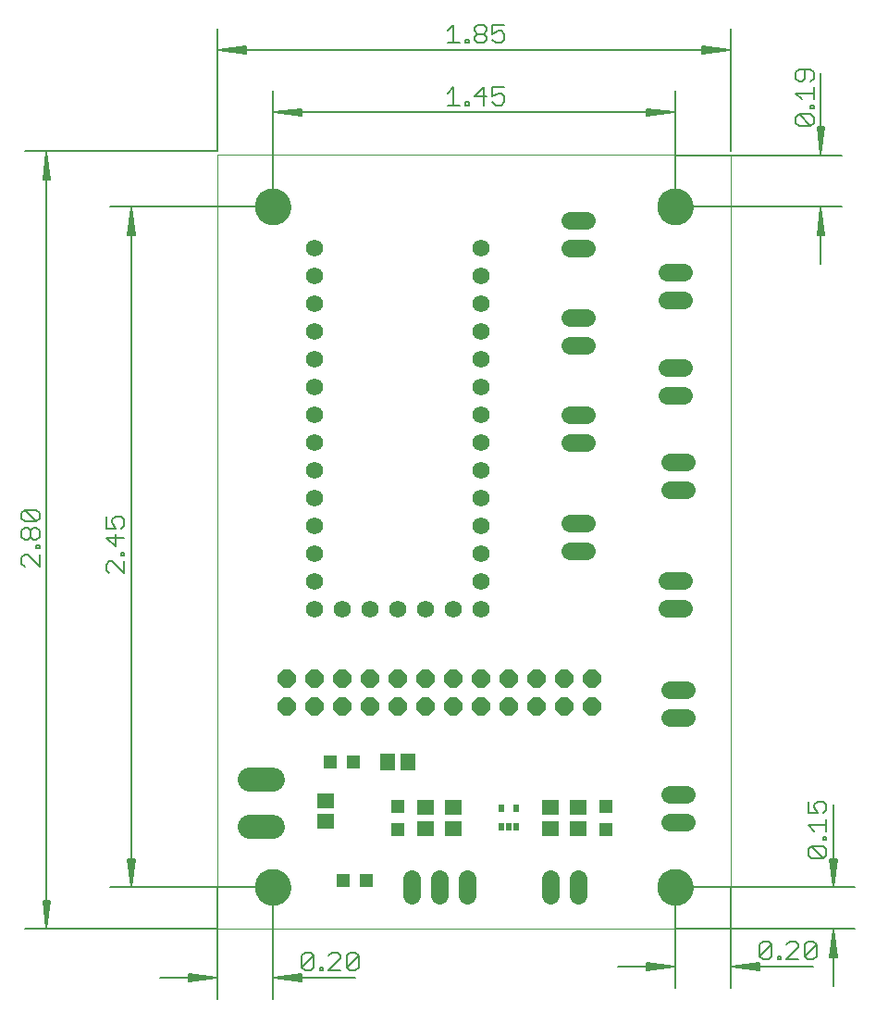
<source format=gts>
G75*
%MOIN*%
%OFA0B0*%
%FSLAX25Y25*%
%IPPOS*%
%LPD*%
%AMOC8*
5,1,8,0,0,1.08239X$1,22.5*
%
%ADD10C,0.00000*%
%ADD11C,0.12998*%
%ADD12C,0.00512*%
%ADD13C,0.00600*%
%ADD14R,0.01975X0.03156*%
%ADD15C,0.06400*%
%ADD16OC8,0.06400*%
%ADD17R,0.05124X0.05124*%
%ADD18R,0.06306X0.05518*%
%ADD19R,0.05518X0.06306*%
%ADD20C,0.06200*%
%ADD21C,0.08668*%
D10*
X0074095Y0026433D02*
X0074095Y0305134D01*
X0259016Y0305134D01*
X0259016Y0026433D01*
X0074095Y0026433D01*
X0087796Y0041433D02*
X0087798Y0041591D01*
X0087804Y0041749D01*
X0087814Y0041907D01*
X0087828Y0042065D01*
X0087846Y0042222D01*
X0087867Y0042379D01*
X0087893Y0042535D01*
X0087923Y0042691D01*
X0087956Y0042846D01*
X0087994Y0042999D01*
X0088035Y0043152D01*
X0088080Y0043304D01*
X0088129Y0043455D01*
X0088182Y0043604D01*
X0088238Y0043752D01*
X0088298Y0043898D01*
X0088362Y0044043D01*
X0088430Y0044186D01*
X0088501Y0044328D01*
X0088575Y0044468D01*
X0088653Y0044605D01*
X0088735Y0044741D01*
X0088819Y0044875D01*
X0088908Y0045006D01*
X0088999Y0045135D01*
X0089094Y0045262D01*
X0089191Y0045387D01*
X0089292Y0045509D01*
X0089396Y0045628D01*
X0089503Y0045745D01*
X0089613Y0045859D01*
X0089726Y0045970D01*
X0089841Y0046079D01*
X0089959Y0046184D01*
X0090080Y0046286D01*
X0090203Y0046386D01*
X0090329Y0046482D01*
X0090457Y0046575D01*
X0090587Y0046665D01*
X0090720Y0046751D01*
X0090855Y0046835D01*
X0090991Y0046914D01*
X0091130Y0046991D01*
X0091271Y0047063D01*
X0091413Y0047133D01*
X0091557Y0047198D01*
X0091703Y0047260D01*
X0091850Y0047318D01*
X0091999Y0047373D01*
X0092149Y0047424D01*
X0092300Y0047471D01*
X0092452Y0047514D01*
X0092605Y0047553D01*
X0092760Y0047589D01*
X0092915Y0047620D01*
X0093071Y0047648D01*
X0093227Y0047672D01*
X0093384Y0047692D01*
X0093542Y0047708D01*
X0093699Y0047720D01*
X0093858Y0047728D01*
X0094016Y0047732D01*
X0094174Y0047732D01*
X0094332Y0047728D01*
X0094491Y0047720D01*
X0094648Y0047708D01*
X0094806Y0047692D01*
X0094963Y0047672D01*
X0095119Y0047648D01*
X0095275Y0047620D01*
X0095430Y0047589D01*
X0095585Y0047553D01*
X0095738Y0047514D01*
X0095890Y0047471D01*
X0096041Y0047424D01*
X0096191Y0047373D01*
X0096340Y0047318D01*
X0096487Y0047260D01*
X0096633Y0047198D01*
X0096777Y0047133D01*
X0096919Y0047063D01*
X0097060Y0046991D01*
X0097199Y0046914D01*
X0097335Y0046835D01*
X0097470Y0046751D01*
X0097603Y0046665D01*
X0097733Y0046575D01*
X0097861Y0046482D01*
X0097987Y0046386D01*
X0098110Y0046286D01*
X0098231Y0046184D01*
X0098349Y0046079D01*
X0098464Y0045970D01*
X0098577Y0045859D01*
X0098687Y0045745D01*
X0098794Y0045628D01*
X0098898Y0045509D01*
X0098999Y0045387D01*
X0099096Y0045262D01*
X0099191Y0045135D01*
X0099282Y0045006D01*
X0099371Y0044875D01*
X0099455Y0044741D01*
X0099537Y0044605D01*
X0099615Y0044468D01*
X0099689Y0044328D01*
X0099760Y0044186D01*
X0099828Y0044043D01*
X0099892Y0043898D01*
X0099952Y0043752D01*
X0100008Y0043604D01*
X0100061Y0043455D01*
X0100110Y0043304D01*
X0100155Y0043152D01*
X0100196Y0042999D01*
X0100234Y0042846D01*
X0100267Y0042691D01*
X0100297Y0042535D01*
X0100323Y0042379D01*
X0100344Y0042222D01*
X0100362Y0042065D01*
X0100376Y0041907D01*
X0100386Y0041749D01*
X0100392Y0041591D01*
X0100394Y0041433D01*
X0100392Y0041275D01*
X0100386Y0041117D01*
X0100376Y0040959D01*
X0100362Y0040801D01*
X0100344Y0040644D01*
X0100323Y0040487D01*
X0100297Y0040331D01*
X0100267Y0040175D01*
X0100234Y0040020D01*
X0100196Y0039867D01*
X0100155Y0039714D01*
X0100110Y0039562D01*
X0100061Y0039411D01*
X0100008Y0039262D01*
X0099952Y0039114D01*
X0099892Y0038968D01*
X0099828Y0038823D01*
X0099760Y0038680D01*
X0099689Y0038538D01*
X0099615Y0038398D01*
X0099537Y0038261D01*
X0099455Y0038125D01*
X0099371Y0037991D01*
X0099282Y0037860D01*
X0099191Y0037731D01*
X0099096Y0037604D01*
X0098999Y0037479D01*
X0098898Y0037357D01*
X0098794Y0037238D01*
X0098687Y0037121D01*
X0098577Y0037007D01*
X0098464Y0036896D01*
X0098349Y0036787D01*
X0098231Y0036682D01*
X0098110Y0036580D01*
X0097987Y0036480D01*
X0097861Y0036384D01*
X0097733Y0036291D01*
X0097603Y0036201D01*
X0097470Y0036115D01*
X0097335Y0036031D01*
X0097199Y0035952D01*
X0097060Y0035875D01*
X0096919Y0035803D01*
X0096777Y0035733D01*
X0096633Y0035668D01*
X0096487Y0035606D01*
X0096340Y0035548D01*
X0096191Y0035493D01*
X0096041Y0035442D01*
X0095890Y0035395D01*
X0095738Y0035352D01*
X0095585Y0035313D01*
X0095430Y0035277D01*
X0095275Y0035246D01*
X0095119Y0035218D01*
X0094963Y0035194D01*
X0094806Y0035174D01*
X0094648Y0035158D01*
X0094491Y0035146D01*
X0094332Y0035138D01*
X0094174Y0035134D01*
X0094016Y0035134D01*
X0093858Y0035138D01*
X0093699Y0035146D01*
X0093542Y0035158D01*
X0093384Y0035174D01*
X0093227Y0035194D01*
X0093071Y0035218D01*
X0092915Y0035246D01*
X0092760Y0035277D01*
X0092605Y0035313D01*
X0092452Y0035352D01*
X0092300Y0035395D01*
X0092149Y0035442D01*
X0091999Y0035493D01*
X0091850Y0035548D01*
X0091703Y0035606D01*
X0091557Y0035668D01*
X0091413Y0035733D01*
X0091271Y0035803D01*
X0091130Y0035875D01*
X0090991Y0035952D01*
X0090855Y0036031D01*
X0090720Y0036115D01*
X0090587Y0036201D01*
X0090457Y0036291D01*
X0090329Y0036384D01*
X0090203Y0036480D01*
X0090080Y0036580D01*
X0089959Y0036682D01*
X0089841Y0036787D01*
X0089726Y0036896D01*
X0089613Y0037007D01*
X0089503Y0037121D01*
X0089396Y0037238D01*
X0089292Y0037357D01*
X0089191Y0037479D01*
X0089094Y0037604D01*
X0088999Y0037731D01*
X0088908Y0037860D01*
X0088819Y0037991D01*
X0088735Y0038125D01*
X0088653Y0038261D01*
X0088575Y0038398D01*
X0088501Y0038538D01*
X0088430Y0038680D01*
X0088362Y0038823D01*
X0088298Y0038968D01*
X0088238Y0039114D01*
X0088182Y0039262D01*
X0088129Y0039411D01*
X0088080Y0039562D01*
X0088035Y0039714D01*
X0087994Y0039867D01*
X0087956Y0040020D01*
X0087923Y0040175D01*
X0087893Y0040331D01*
X0087867Y0040487D01*
X0087846Y0040644D01*
X0087828Y0040801D01*
X0087814Y0040959D01*
X0087804Y0041117D01*
X0087798Y0041275D01*
X0087796Y0041433D01*
X0232796Y0041433D02*
X0232798Y0041591D01*
X0232804Y0041749D01*
X0232814Y0041907D01*
X0232828Y0042065D01*
X0232846Y0042222D01*
X0232867Y0042379D01*
X0232893Y0042535D01*
X0232923Y0042691D01*
X0232956Y0042846D01*
X0232994Y0042999D01*
X0233035Y0043152D01*
X0233080Y0043304D01*
X0233129Y0043455D01*
X0233182Y0043604D01*
X0233238Y0043752D01*
X0233298Y0043898D01*
X0233362Y0044043D01*
X0233430Y0044186D01*
X0233501Y0044328D01*
X0233575Y0044468D01*
X0233653Y0044605D01*
X0233735Y0044741D01*
X0233819Y0044875D01*
X0233908Y0045006D01*
X0233999Y0045135D01*
X0234094Y0045262D01*
X0234191Y0045387D01*
X0234292Y0045509D01*
X0234396Y0045628D01*
X0234503Y0045745D01*
X0234613Y0045859D01*
X0234726Y0045970D01*
X0234841Y0046079D01*
X0234959Y0046184D01*
X0235080Y0046286D01*
X0235203Y0046386D01*
X0235329Y0046482D01*
X0235457Y0046575D01*
X0235587Y0046665D01*
X0235720Y0046751D01*
X0235855Y0046835D01*
X0235991Y0046914D01*
X0236130Y0046991D01*
X0236271Y0047063D01*
X0236413Y0047133D01*
X0236557Y0047198D01*
X0236703Y0047260D01*
X0236850Y0047318D01*
X0236999Y0047373D01*
X0237149Y0047424D01*
X0237300Y0047471D01*
X0237452Y0047514D01*
X0237605Y0047553D01*
X0237760Y0047589D01*
X0237915Y0047620D01*
X0238071Y0047648D01*
X0238227Y0047672D01*
X0238384Y0047692D01*
X0238542Y0047708D01*
X0238699Y0047720D01*
X0238858Y0047728D01*
X0239016Y0047732D01*
X0239174Y0047732D01*
X0239332Y0047728D01*
X0239491Y0047720D01*
X0239648Y0047708D01*
X0239806Y0047692D01*
X0239963Y0047672D01*
X0240119Y0047648D01*
X0240275Y0047620D01*
X0240430Y0047589D01*
X0240585Y0047553D01*
X0240738Y0047514D01*
X0240890Y0047471D01*
X0241041Y0047424D01*
X0241191Y0047373D01*
X0241340Y0047318D01*
X0241487Y0047260D01*
X0241633Y0047198D01*
X0241777Y0047133D01*
X0241919Y0047063D01*
X0242060Y0046991D01*
X0242199Y0046914D01*
X0242335Y0046835D01*
X0242470Y0046751D01*
X0242603Y0046665D01*
X0242733Y0046575D01*
X0242861Y0046482D01*
X0242987Y0046386D01*
X0243110Y0046286D01*
X0243231Y0046184D01*
X0243349Y0046079D01*
X0243464Y0045970D01*
X0243577Y0045859D01*
X0243687Y0045745D01*
X0243794Y0045628D01*
X0243898Y0045509D01*
X0243999Y0045387D01*
X0244096Y0045262D01*
X0244191Y0045135D01*
X0244282Y0045006D01*
X0244371Y0044875D01*
X0244455Y0044741D01*
X0244537Y0044605D01*
X0244615Y0044468D01*
X0244689Y0044328D01*
X0244760Y0044186D01*
X0244828Y0044043D01*
X0244892Y0043898D01*
X0244952Y0043752D01*
X0245008Y0043604D01*
X0245061Y0043455D01*
X0245110Y0043304D01*
X0245155Y0043152D01*
X0245196Y0042999D01*
X0245234Y0042846D01*
X0245267Y0042691D01*
X0245297Y0042535D01*
X0245323Y0042379D01*
X0245344Y0042222D01*
X0245362Y0042065D01*
X0245376Y0041907D01*
X0245386Y0041749D01*
X0245392Y0041591D01*
X0245394Y0041433D01*
X0245392Y0041275D01*
X0245386Y0041117D01*
X0245376Y0040959D01*
X0245362Y0040801D01*
X0245344Y0040644D01*
X0245323Y0040487D01*
X0245297Y0040331D01*
X0245267Y0040175D01*
X0245234Y0040020D01*
X0245196Y0039867D01*
X0245155Y0039714D01*
X0245110Y0039562D01*
X0245061Y0039411D01*
X0245008Y0039262D01*
X0244952Y0039114D01*
X0244892Y0038968D01*
X0244828Y0038823D01*
X0244760Y0038680D01*
X0244689Y0038538D01*
X0244615Y0038398D01*
X0244537Y0038261D01*
X0244455Y0038125D01*
X0244371Y0037991D01*
X0244282Y0037860D01*
X0244191Y0037731D01*
X0244096Y0037604D01*
X0243999Y0037479D01*
X0243898Y0037357D01*
X0243794Y0037238D01*
X0243687Y0037121D01*
X0243577Y0037007D01*
X0243464Y0036896D01*
X0243349Y0036787D01*
X0243231Y0036682D01*
X0243110Y0036580D01*
X0242987Y0036480D01*
X0242861Y0036384D01*
X0242733Y0036291D01*
X0242603Y0036201D01*
X0242470Y0036115D01*
X0242335Y0036031D01*
X0242199Y0035952D01*
X0242060Y0035875D01*
X0241919Y0035803D01*
X0241777Y0035733D01*
X0241633Y0035668D01*
X0241487Y0035606D01*
X0241340Y0035548D01*
X0241191Y0035493D01*
X0241041Y0035442D01*
X0240890Y0035395D01*
X0240738Y0035352D01*
X0240585Y0035313D01*
X0240430Y0035277D01*
X0240275Y0035246D01*
X0240119Y0035218D01*
X0239963Y0035194D01*
X0239806Y0035174D01*
X0239648Y0035158D01*
X0239491Y0035146D01*
X0239332Y0035138D01*
X0239174Y0035134D01*
X0239016Y0035134D01*
X0238858Y0035138D01*
X0238699Y0035146D01*
X0238542Y0035158D01*
X0238384Y0035174D01*
X0238227Y0035194D01*
X0238071Y0035218D01*
X0237915Y0035246D01*
X0237760Y0035277D01*
X0237605Y0035313D01*
X0237452Y0035352D01*
X0237300Y0035395D01*
X0237149Y0035442D01*
X0236999Y0035493D01*
X0236850Y0035548D01*
X0236703Y0035606D01*
X0236557Y0035668D01*
X0236413Y0035733D01*
X0236271Y0035803D01*
X0236130Y0035875D01*
X0235991Y0035952D01*
X0235855Y0036031D01*
X0235720Y0036115D01*
X0235587Y0036201D01*
X0235457Y0036291D01*
X0235329Y0036384D01*
X0235203Y0036480D01*
X0235080Y0036580D01*
X0234959Y0036682D01*
X0234841Y0036787D01*
X0234726Y0036896D01*
X0234613Y0037007D01*
X0234503Y0037121D01*
X0234396Y0037238D01*
X0234292Y0037357D01*
X0234191Y0037479D01*
X0234094Y0037604D01*
X0233999Y0037731D01*
X0233908Y0037860D01*
X0233819Y0037991D01*
X0233735Y0038125D01*
X0233653Y0038261D01*
X0233575Y0038398D01*
X0233501Y0038538D01*
X0233430Y0038680D01*
X0233362Y0038823D01*
X0233298Y0038968D01*
X0233238Y0039114D01*
X0233182Y0039262D01*
X0233129Y0039411D01*
X0233080Y0039562D01*
X0233035Y0039714D01*
X0232994Y0039867D01*
X0232956Y0040020D01*
X0232923Y0040175D01*
X0232893Y0040331D01*
X0232867Y0040487D01*
X0232846Y0040644D01*
X0232828Y0040801D01*
X0232814Y0040959D01*
X0232804Y0041117D01*
X0232798Y0041275D01*
X0232796Y0041433D01*
X0232796Y0286433D02*
X0232798Y0286591D01*
X0232804Y0286749D01*
X0232814Y0286907D01*
X0232828Y0287065D01*
X0232846Y0287222D01*
X0232867Y0287379D01*
X0232893Y0287535D01*
X0232923Y0287691D01*
X0232956Y0287846D01*
X0232994Y0287999D01*
X0233035Y0288152D01*
X0233080Y0288304D01*
X0233129Y0288455D01*
X0233182Y0288604D01*
X0233238Y0288752D01*
X0233298Y0288898D01*
X0233362Y0289043D01*
X0233430Y0289186D01*
X0233501Y0289328D01*
X0233575Y0289468D01*
X0233653Y0289605D01*
X0233735Y0289741D01*
X0233819Y0289875D01*
X0233908Y0290006D01*
X0233999Y0290135D01*
X0234094Y0290262D01*
X0234191Y0290387D01*
X0234292Y0290509D01*
X0234396Y0290628D01*
X0234503Y0290745D01*
X0234613Y0290859D01*
X0234726Y0290970D01*
X0234841Y0291079D01*
X0234959Y0291184D01*
X0235080Y0291286D01*
X0235203Y0291386D01*
X0235329Y0291482D01*
X0235457Y0291575D01*
X0235587Y0291665D01*
X0235720Y0291751D01*
X0235855Y0291835D01*
X0235991Y0291914D01*
X0236130Y0291991D01*
X0236271Y0292063D01*
X0236413Y0292133D01*
X0236557Y0292198D01*
X0236703Y0292260D01*
X0236850Y0292318D01*
X0236999Y0292373D01*
X0237149Y0292424D01*
X0237300Y0292471D01*
X0237452Y0292514D01*
X0237605Y0292553D01*
X0237760Y0292589D01*
X0237915Y0292620D01*
X0238071Y0292648D01*
X0238227Y0292672D01*
X0238384Y0292692D01*
X0238542Y0292708D01*
X0238699Y0292720D01*
X0238858Y0292728D01*
X0239016Y0292732D01*
X0239174Y0292732D01*
X0239332Y0292728D01*
X0239491Y0292720D01*
X0239648Y0292708D01*
X0239806Y0292692D01*
X0239963Y0292672D01*
X0240119Y0292648D01*
X0240275Y0292620D01*
X0240430Y0292589D01*
X0240585Y0292553D01*
X0240738Y0292514D01*
X0240890Y0292471D01*
X0241041Y0292424D01*
X0241191Y0292373D01*
X0241340Y0292318D01*
X0241487Y0292260D01*
X0241633Y0292198D01*
X0241777Y0292133D01*
X0241919Y0292063D01*
X0242060Y0291991D01*
X0242199Y0291914D01*
X0242335Y0291835D01*
X0242470Y0291751D01*
X0242603Y0291665D01*
X0242733Y0291575D01*
X0242861Y0291482D01*
X0242987Y0291386D01*
X0243110Y0291286D01*
X0243231Y0291184D01*
X0243349Y0291079D01*
X0243464Y0290970D01*
X0243577Y0290859D01*
X0243687Y0290745D01*
X0243794Y0290628D01*
X0243898Y0290509D01*
X0243999Y0290387D01*
X0244096Y0290262D01*
X0244191Y0290135D01*
X0244282Y0290006D01*
X0244371Y0289875D01*
X0244455Y0289741D01*
X0244537Y0289605D01*
X0244615Y0289468D01*
X0244689Y0289328D01*
X0244760Y0289186D01*
X0244828Y0289043D01*
X0244892Y0288898D01*
X0244952Y0288752D01*
X0245008Y0288604D01*
X0245061Y0288455D01*
X0245110Y0288304D01*
X0245155Y0288152D01*
X0245196Y0287999D01*
X0245234Y0287846D01*
X0245267Y0287691D01*
X0245297Y0287535D01*
X0245323Y0287379D01*
X0245344Y0287222D01*
X0245362Y0287065D01*
X0245376Y0286907D01*
X0245386Y0286749D01*
X0245392Y0286591D01*
X0245394Y0286433D01*
X0245392Y0286275D01*
X0245386Y0286117D01*
X0245376Y0285959D01*
X0245362Y0285801D01*
X0245344Y0285644D01*
X0245323Y0285487D01*
X0245297Y0285331D01*
X0245267Y0285175D01*
X0245234Y0285020D01*
X0245196Y0284867D01*
X0245155Y0284714D01*
X0245110Y0284562D01*
X0245061Y0284411D01*
X0245008Y0284262D01*
X0244952Y0284114D01*
X0244892Y0283968D01*
X0244828Y0283823D01*
X0244760Y0283680D01*
X0244689Y0283538D01*
X0244615Y0283398D01*
X0244537Y0283261D01*
X0244455Y0283125D01*
X0244371Y0282991D01*
X0244282Y0282860D01*
X0244191Y0282731D01*
X0244096Y0282604D01*
X0243999Y0282479D01*
X0243898Y0282357D01*
X0243794Y0282238D01*
X0243687Y0282121D01*
X0243577Y0282007D01*
X0243464Y0281896D01*
X0243349Y0281787D01*
X0243231Y0281682D01*
X0243110Y0281580D01*
X0242987Y0281480D01*
X0242861Y0281384D01*
X0242733Y0281291D01*
X0242603Y0281201D01*
X0242470Y0281115D01*
X0242335Y0281031D01*
X0242199Y0280952D01*
X0242060Y0280875D01*
X0241919Y0280803D01*
X0241777Y0280733D01*
X0241633Y0280668D01*
X0241487Y0280606D01*
X0241340Y0280548D01*
X0241191Y0280493D01*
X0241041Y0280442D01*
X0240890Y0280395D01*
X0240738Y0280352D01*
X0240585Y0280313D01*
X0240430Y0280277D01*
X0240275Y0280246D01*
X0240119Y0280218D01*
X0239963Y0280194D01*
X0239806Y0280174D01*
X0239648Y0280158D01*
X0239491Y0280146D01*
X0239332Y0280138D01*
X0239174Y0280134D01*
X0239016Y0280134D01*
X0238858Y0280138D01*
X0238699Y0280146D01*
X0238542Y0280158D01*
X0238384Y0280174D01*
X0238227Y0280194D01*
X0238071Y0280218D01*
X0237915Y0280246D01*
X0237760Y0280277D01*
X0237605Y0280313D01*
X0237452Y0280352D01*
X0237300Y0280395D01*
X0237149Y0280442D01*
X0236999Y0280493D01*
X0236850Y0280548D01*
X0236703Y0280606D01*
X0236557Y0280668D01*
X0236413Y0280733D01*
X0236271Y0280803D01*
X0236130Y0280875D01*
X0235991Y0280952D01*
X0235855Y0281031D01*
X0235720Y0281115D01*
X0235587Y0281201D01*
X0235457Y0281291D01*
X0235329Y0281384D01*
X0235203Y0281480D01*
X0235080Y0281580D01*
X0234959Y0281682D01*
X0234841Y0281787D01*
X0234726Y0281896D01*
X0234613Y0282007D01*
X0234503Y0282121D01*
X0234396Y0282238D01*
X0234292Y0282357D01*
X0234191Y0282479D01*
X0234094Y0282604D01*
X0233999Y0282731D01*
X0233908Y0282860D01*
X0233819Y0282991D01*
X0233735Y0283125D01*
X0233653Y0283261D01*
X0233575Y0283398D01*
X0233501Y0283538D01*
X0233430Y0283680D01*
X0233362Y0283823D01*
X0233298Y0283968D01*
X0233238Y0284114D01*
X0233182Y0284262D01*
X0233129Y0284411D01*
X0233080Y0284562D01*
X0233035Y0284714D01*
X0232994Y0284867D01*
X0232956Y0285020D01*
X0232923Y0285175D01*
X0232893Y0285331D01*
X0232867Y0285487D01*
X0232846Y0285644D01*
X0232828Y0285801D01*
X0232814Y0285959D01*
X0232804Y0286117D01*
X0232798Y0286275D01*
X0232796Y0286433D01*
X0087796Y0286433D02*
X0087798Y0286591D01*
X0087804Y0286749D01*
X0087814Y0286907D01*
X0087828Y0287065D01*
X0087846Y0287222D01*
X0087867Y0287379D01*
X0087893Y0287535D01*
X0087923Y0287691D01*
X0087956Y0287846D01*
X0087994Y0287999D01*
X0088035Y0288152D01*
X0088080Y0288304D01*
X0088129Y0288455D01*
X0088182Y0288604D01*
X0088238Y0288752D01*
X0088298Y0288898D01*
X0088362Y0289043D01*
X0088430Y0289186D01*
X0088501Y0289328D01*
X0088575Y0289468D01*
X0088653Y0289605D01*
X0088735Y0289741D01*
X0088819Y0289875D01*
X0088908Y0290006D01*
X0088999Y0290135D01*
X0089094Y0290262D01*
X0089191Y0290387D01*
X0089292Y0290509D01*
X0089396Y0290628D01*
X0089503Y0290745D01*
X0089613Y0290859D01*
X0089726Y0290970D01*
X0089841Y0291079D01*
X0089959Y0291184D01*
X0090080Y0291286D01*
X0090203Y0291386D01*
X0090329Y0291482D01*
X0090457Y0291575D01*
X0090587Y0291665D01*
X0090720Y0291751D01*
X0090855Y0291835D01*
X0090991Y0291914D01*
X0091130Y0291991D01*
X0091271Y0292063D01*
X0091413Y0292133D01*
X0091557Y0292198D01*
X0091703Y0292260D01*
X0091850Y0292318D01*
X0091999Y0292373D01*
X0092149Y0292424D01*
X0092300Y0292471D01*
X0092452Y0292514D01*
X0092605Y0292553D01*
X0092760Y0292589D01*
X0092915Y0292620D01*
X0093071Y0292648D01*
X0093227Y0292672D01*
X0093384Y0292692D01*
X0093542Y0292708D01*
X0093699Y0292720D01*
X0093858Y0292728D01*
X0094016Y0292732D01*
X0094174Y0292732D01*
X0094332Y0292728D01*
X0094491Y0292720D01*
X0094648Y0292708D01*
X0094806Y0292692D01*
X0094963Y0292672D01*
X0095119Y0292648D01*
X0095275Y0292620D01*
X0095430Y0292589D01*
X0095585Y0292553D01*
X0095738Y0292514D01*
X0095890Y0292471D01*
X0096041Y0292424D01*
X0096191Y0292373D01*
X0096340Y0292318D01*
X0096487Y0292260D01*
X0096633Y0292198D01*
X0096777Y0292133D01*
X0096919Y0292063D01*
X0097060Y0291991D01*
X0097199Y0291914D01*
X0097335Y0291835D01*
X0097470Y0291751D01*
X0097603Y0291665D01*
X0097733Y0291575D01*
X0097861Y0291482D01*
X0097987Y0291386D01*
X0098110Y0291286D01*
X0098231Y0291184D01*
X0098349Y0291079D01*
X0098464Y0290970D01*
X0098577Y0290859D01*
X0098687Y0290745D01*
X0098794Y0290628D01*
X0098898Y0290509D01*
X0098999Y0290387D01*
X0099096Y0290262D01*
X0099191Y0290135D01*
X0099282Y0290006D01*
X0099371Y0289875D01*
X0099455Y0289741D01*
X0099537Y0289605D01*
X0099615Y0289468D01*
X0099689Y0289328D01*
X0099760Y0289186D01*
X0099828Y0289043D01*
X0099892Y0288898D01*
X0099952Y0288752D01*
X0100008Y0288604D01*
X0100061Y0288455D01*
X0100110Y0288304D01*
X0100155Y0288152D01*
X0100196Y0287999D01*
X0100234Y0287846D01*
X0100267Y0287691D01*
X0100297Y0287535D01*
X0100323Y0287379D01*
X0100344Y0287222D01*
X0100362Y0287065D01*
X0100376Y0286907D01*
X0100386Y0286749D01*
X0100392Y0286591D01*
X0100394Y0286433D01*
X0100392Y0286275D01*
X0100386Y0286117D01*
X0100376Y0285959D01*
X0100362Y0285801D01*
X0100344Y0285644D01*
X0100323Y0285487D01*
X0100297Y0285331D01*
X0100267Y0285175D01*
X0100234Y0285020D01*
X0100196Y0284867D01*
X0100155Y0284714D01*
X0100110Y0284562D01*
X0100061Y0284411D01*
X0100008Y0284262D01*
X0099952Y0284114D01*
X0099892Y0283968D01*
X0099828Y0283823D01*
X0099760Y0283680D01*
X0099689Y0283538D01*
X0099615Y0283398D01*
X0099537Y0283261D01*
X0099455Y0283125D01*
X0099371Y0282991D01*
X0099282Y0282860D01*
X0099191Y0282731D01*
X0099096Y0282604D01*
X0098999Y0282479D01*
X0098898Y0282357D01*
X0098794Y0282238D01*
X0098687Y0282121D01*
X0098577Y0282007D01*
X0098464Y0281896D01*
X0098349Y0281787D01*
X0098231Y0281682D01*
X0098110Y0281580D01*
X0097987Y0281480D01*
X0097861Y0281384D01*
X0097733Y0281291D01*
X0097603Y0281201D01*
X0097470Y0281115D01*
X0097335Y0281031D01*
X0097199Y0280952D01*
X0097060Y0280875D01*
X0096919Y0280803D01*
X0096777Y0280733D01*
X0096633Y0280668D01*
X0096487Y0280606D01*
X0096340Y0280548D01*
X0096191Y0280493D01*
X0096041Y0280442D01*
X0095890Y0280395D01*
X0095738Y0280352D01*
X0095585Y0280313D01*
X0095430Y0280277D01*
X0095275Y0280246D01*
X0095119Y0280218D01*
X0094963Y0280194D01*
X0094806Y0280174D01*
X0094648Y0280158D01*
X0094491Y0280146D01*
X0094332Y0280138D01*
X0094174Y0280134D01*
X0094016Y0280134D01*
X0093858Y0280138D01*
X0093699Y0280146D01*
X0093542Y0280158D01*
X0093384Y0280174D01*
X0093227Y0280194D01*
X0093071Y0280218D01*
X0092915Y0280246D01*
X0092760Y0280277D01*
X0092605Y0280313D01*
X0092452Y0280352D01*
X0092300Y0280395D01*
X0092149Y0280442D01*
X0091999Y0280493D01*
X0091850Y0280548D01*
X0091703Y0280606D01*
X0091557Y0280668D01*
X0091413Y0280733D01*
X0091271Y0280803D01*
X0091130Y0280875D01*
X0090991Y0280952D01*
X0090855Y0281031D01*
X0090720Y0281115D01*
X0090587Y0281201D01*
X0090457Y0281291D01*
X0090329Y0281384D01*
X0090203Y0281480D01*
X0090080Y0281580D01*
X0089959Y0281682D01*
X0089841Y0281787D01*
X0089726Y0281896D01*
X0089613Y0282007D01*
X0089503Y0282121D01*
X0089396Y0282238D01*
X0089292Y0282357D01*
X0089191Y0282479D01*
X0089094Y0282604D01*
X0088999Y0282731D01*
X0088908Y0282860D01*
X0088819Y0282991D01*
X0088735Y0283125D01*
X0088653Y0283261D01*
X0088575Y0283398D01*
X0088501Y0283538D01*
X0088430Y0283680D01*
X0088362Y0283823D01*
X0088298Y0283968D01*
X0088238Y0284114D01*
X0088182Y0284262D01*
X0088129Y0284411D01*
X0088080Y0284562D01*
X0088035Y0284714D01*
X0087994Y0284867D01*
X0087956Y0285020D01*
X0087923Y0285175D01*
X0087893Y0285331D01*
X0087867Y0285487D01*
X0087846Y0285644D01*
X0087828Y0285801D01*
X0087814Y0285959D01*
X0087804Y0286117D01*
X0087798Y0286275D01*
X0087796Y0286433D01*
D11*
X0094095Y0286433D03*
X0239095Y0286433D03*
X0239095Y0041433D03*
X0094095Y0041433D03*
D12*
X0074095Y0026433D02*
X0004918Y0026433D01*
X0012595Y0026689D02*
X0011572Y0036669D01*
X0011338Y0036669D02*
X0013852Y0036669D01*
X0012595Y0026689D01*
X0013619Y0036669D01*
X0013107Y0036669D02*
X0012595Y0026689D01*
X0012083Y0036669D01*
X0011338Y0036669D02*
X0012595Y0026689D01*
X0012595Y0306177D01*
X0013619Y0296197D01*
X0013852Y0296197D02*
X0012595Y0306177D01*
X0011572Y0296197D01*
X0011338Y0296197D02*
X0013852Y0296197D01*
X0013107Y0296197D02*
X0012595Y0306177D01*
X0012083Y0296197D01*
X0011338Y0296197D02*
X0012595Y0306177D01*
X0004918Y0306433D02*
X0074095Y0306433D01*
X0074095Y0350610D01*
X0074351Y0342933D02*
X0084331Y0341909D01*
X0084331Y0341676D02*
X0074351Y0342933D01*
X0084331Y0343957D01*
X0084331Y0344190D02*
X0084331Y0341676D01*
X0084331Y0342421D02*
X0074351Y0342933D01*
X0084331Y0343445D01*
X0084331Y0344190D02*
X0074351Y0342933D01*
X0258839Y0342933D01*
X0248859Y0341909D01*
X0248859Y0341676D02*
X0258839Y0342933D01*
X0248859Y0343957D01*
X0248859Y0344190D02*
X0248859Y0341676D01*
X0248859Y0342421D02*
X0258839Y0342933D01*
X0248859Y0343445D01*
X0248859Y0344190D02*
X0258839Y0342933D01*
X0259095Y0350610D02*
X0259095Y0306433D01*
X0239095Y0304933D02*
X0299272Y0304933D01*
X0291595Y0305189D02*
X0292619Y0315169D01*
X0292852Y0315169D02*
X0290338Y0315169D01*
X0291595Y0305189D01*
X0290572Y0315169D01*
X0291083Y0315169D02*
X0291595Y0305189D01*
X0292107Y0315169D01*
X0292852Y0315169D02*
X0291595Y0305189D01*
X0291595Y0334673D01*
X0291595Y0286177D02*
X0292619Y0276197D01*
X0292852Y0276197D02*
X0290338Y0276197D01*
X0291595Y0286177D01*
X0290572Y0276197D01*
X0291083Y0276197D02*
X0291595Y0286177D01*
X0292107Y0276197D01*
X0292852Y0276197D02*
X0291595Y0286177D01*
X0291595Y0265961D01*
X0299272Y0286433D02*
X0239095Y0286433D01*
X0239095Y0328110D01*
X0238839Y0320433D02*
X0228859Y0319409D01*
X0228859Y0319176D02*
X0238839Y0320433D01*
X0228859Y0321457D01*
X0228859Y0321690D02*
X0228859Y0319176D01*
X0228859Y0319921D02*
X0238839Y0320433D01*
X0228859Y0320945D01*
X0228859Y0321690D02*
X0238839Y0320433D01*
X0094351Y0320433D01*
X0104331Y0319409D01*
X0104331Y0319176D02*
X0094351Y0320433D01*
X0104331Y0321457D01*
X0104331Y0321690D02*
X0104331Y0319176D01*
X0104331Y0319921D02*
X0094351Y0320433D01*
X0104331Y0320945D01*
X0104331Y0321690D02*
X0094351Y0320433D01*
X0094095Y0328110D02*
X0094095Y0286433D01*
X0035418Y0286433D01*
X0043095Y0286177D02*
X0042072Y0276197D01*
X0041838Y0276197D02*
X0044352Y0276197D01*
X0043095Y0286177D01*
X0044119Y0276197D01*
X0043607Y0276197D02*
X0043095Y0286177D01*
X0042583Y0276197D01*
X0041838Y0276197D02*
X0043095Y0286177D01*
X0043095Y0041689D01*
X0044119Y0051669D01*
X0044352Y0051669D02*
X0043095Y0041689D01*
X0042072Y0051669D01*
X0041838Y0051669D02*
X0044352Y0051669D01*
X0043607Y0051669D02*
X0043095Y0041689D01*
X0042583Y0051669D01*
X0041838Y0051669D02*
X0043095Y0041689D01*
X0035418Y0041433D02*
X0094095Y0041433D01*
X0094095Y0001256D01*
X0094351Y0008933D02*
X0104331Y0007909D01*
X0104331Y0007676D02*
X0094351Y0008933D01*
X0104331Y0009957D01*
X0104331Y0010190D02*
X0104331Y0007676D01*
X0104331Y0008421D02*
X0094351Y0008933D01*
X0104331Y0009445D01*
X0104331Y0010190D02*
X0094351Y0008933D01*
X0123835Y0008933D01*
X0073839Y0008933D02*
X0063859Y0007909D01*
X0063859Y0007676D02*
X0073839Y0008933D01*
X0063859Y0009957D01*
X0063859Y0010190D02*
X0063859Y0007676D01*
X0063859Y0008421D02*
X0073839Y0008933D01*
X0063859Y0009445D01*
X0063859Y0010190D02*
X0073839Y0008933D01*
X0053623Y0008933D01*
X0074095Y0001256D02*
X0074095Y0041433D01*
X0218623Y0012933D02*
X0238839Y0012933D01*
X0228859Y0011909D01*
X0228859Y0011676D02*
X0238839Y0012933D01*
X0228859Y0013957D01*
X0228859Y0014190D02*
X0228859Y0011676D01*
X0228859Y0012421D02*
X0238839Y0012933D01*
X0228859Y0013445D01*
X0228859Y0014190D02*
X0238839Y0012933D01*
X0239095Y0005256D02*
X0239095Y0041433D01*
X0303772Y0041433D01*
X0296095Y0041689D02*
X0297119Y0051669D01*
X0297352Y0051669D02*
X0296095Y0041689D01*
X0295072Y0051669D01*
X0294838Y0051669D02*
X0297352Y0051669D01*
X0296607Y0051669D02*
X0296095Y0041689D01*
X0295583Y0051669D01*
X0294838Y0051669D02*
X0296095Y0041689D01*
X0296095Y0071173D01*
X0296095Y0026177D02*
X0297119Y0016197D01*
X0297352Y0016197D02*
X0296095Y0026177D01*
X0295072Y0016197D01*
X0294838Y0016197D02*
X0297352Y0016197D01*
X0296607Y0016197D02*
X0296095Y0026177D01*
X0295583Y0016197D01*
X0294838Y0016197D02*
X0296095Y0026177D01*
X0296095Y0005961D01*
X0288835Y0012933D02*
X0259351Y0012933D01*
X0269331Y0011909D01*
X0269331Y0011676D02*
X0259351Y0012933D01*
X0269331Y0013957D01*
X0269331Y0014190D02*
X0269331Y0011676D01*
X0269331Y0012421D02*
X0259351Y0012933D01*
X0269331Y0013445D01*
X0269331Y0014190D02*
X0259351Y0012933D01*
X0259095Y0005256D02*
X0259095Y0041433D01*
X0239095Y0026433D02*
X0303772Y0026433D01*
D13*
X0290015Y0020833D02*
X0290015Y0016562D01*
X0288948Y0015495D01*
X0286813Y0015495D01*
X0285745Y0016562D01*
X0290015Y0020833D01*
X0288948Y0021900D01*
X0286813Y0021900D01*
X0285745Y0020833D01*
X0285745Y0016562D01*
X0283570Y0015495D02*
X0279300Y0015495D01*
X0283570Y0019765D01*
X0283570Y0020833D01*
X0282502Y0021900D01*
X0280367Y0021900D01*
X0279300Y0020833D01*
X0277144Y0016562D02*
X0277144Y0015495D01*
X0276077Y0015495D01*
X0276077Y0016562D01*
X0277144Y0016562D01*
X0273902Y0016562D02*
X0273902Y0020833D01*
X0269631Y0016562D01*
X0270699Y0015495D01*
X0272834Y0015495D01*
X0273902Y0016562D01*
X0269631Y0016562D02*
X0269631Y0020833D01*
X0270699Y0021900D01*
X0272834Y0021900D01*
X0273902Y0020833D01*
X0288195Y0051969D02*
X0287128Y0053037D01*
X0287128Y0055172D01*
X0288195Y0056240D01*
X0292466Y0051969D01*
X0293533Y0053037D01*
X0293533Y0055172D01*
X0292466Y0056240D01*
X0288195Y0056240D01*
X0288195Y0051969D02*
X0292466Y0051969D01*
X0292466Y0058415D02*
X0292466Y0059482D01*
X0293533Y0059482D01*
X0293533Y0058415D01*
X0292466Y0058415D01*
X0293533Y0061638D02*
X0293533Y0065908D01*
X0293533Y0063773D02*
X0287128Y0063773D01*
X0289263Y0061638D01*
X0290331Y0068083D02*
X0289263Y0070218D01*
X0289263Y0071286D01*
X0290331Y0072353D01*
X0292466Y0072353D01*
X0293533Y0071286D01*
X0293533Y0069151D01*
X0292466Y0068083D01*
X0290331Y0068083D02*
X0287128Y0068083D01*
X0287128Y0072353D01*
X0125015Y0016833D02*
X0125015Y0012562D01*
X0123948Y0011495D01*
X0121813Y0011495D01*
X0120745Y0012562D01*
X0125015Y0016833D01*
X0123948Y0017900D01*
X0121813Y0017900D01*
X0120745Y0016833D01*
X0120745Y0012562D01*
X0118570Y0011495D02*
X0114300Y0011495D01*
X0118570Y0015765D01*
X0118570Y0016833D01*
X0117502Y0017900D01*
X0115367Y0017900D01*
X0114300Y0016833D01*
X0112144Y0012562D02*
X0112144Y0011495D01*
X0111077Y0011495D01*
X0111077Y0012562D01*
X0112144Y0012562D01*
X0108902Y0012562D02*
X0108902Y0016833D01*
X0104631Y0012562D01*
X0105699Y0011495D01*
X0107834Y0011495D01*
X0108902Y0012562D01*
X0104631Y0012562D02*
X0104631Y0016833D01*
X0105699Y0017900D01*
X0107834Y0017900D01*
X0108902Y0016833D01*
X0040533Y0154481D02*
X0036263Y0158752D01*
X0035195Y0158752D01*
X0034128Y0157684D01*
X0034128Y0155549D01*
X0035195Y0154481D01*
X0040533Y0154481D02*
X0040533Y0158752D01*
X0040533Y0160927D02*
X0039466Y0160927D01*
X0039466Y0161994D01*
X0040533Y0161994D01*
X0040533Y0160927D01*
X0037331Y0164150D02*
X0037331Y0168420D01*
X0037331Y0170595D02*
X0036263Y0172730D01*
X0036263Y0173798D01*
X0037331Y0174865D01*
X0039466Y0174865D01*
X0040533Y0173798D01*
X0040533Y0171663D01*
X0039466Y0170595D01*
X0037331Y0170595D02*
X0034128Y0170595D01*
X0034128Y0174865D01*
X0034128Y0167352D02*
X0037331Y0164150D01*
X0040533Y0167352D02*
X0034128Y0167352D01*
X0010033Y0167717D02*
X0008966Y0166650D01*
X0007898Y0166650D01*
X0006831Y0167717D01*
X0006831Y0169852D01*
X0007898Y0170920D01*
X0008966Y0170920D01*
X0010033Y0169852D01*
X0010033Y0167717D01*
X0006831Y0167717D02*
X0005763Y0166650D01*
X0004695Y0166650D01*
X0003628Y0167717D01*
X0003628Y0169852D01*
X0004695Y0170920D01*
X0005763Y0170920D01*
X0006831Y0169852D01*
X0008966Y0173095D02*
X0004695Y0173095D01*
X0003628Y0174163D01*
X0003628Y0176298D01*
X0004695Y0177365D01*
X0008966Y0173095D01*
X0010033Y0174163D01*
X0010033Y0176298D01*
X0008966Y0177365D01*
X0004695Y0177365D01*
X0008966Y0164494D02*
X0010033Y0164494D01*
X0010033Y0163427D01*
X0008966Y0163427D01*
X0008966Y0164494D01*
X0010033Y0161252D02*
X0010033Y0156981D01*
X0005763Y0161252D01*
X0004695Y0161252D01*
X0003628Y0160184D01*
X0003628Y0158049D01*
X0004695Y0156981D01*
X0157143Y0322995D02*
X0161414Y0322995D01*
X0159279Y0322995D02*
X0159279Y0329400D01*
X0157143Y0327265D01*
X0163589Y0324062D02*
X0163589Y0322995D01*
X0164657Y0322995D01*
X0164657Y0324062D01*
X0163589Y0324062D01*
X0166812Y0326198D02*
X0171082Y0326198D01*
X0173257Y0326198D02*
X0175392Y0327265D01*
X0176460Y0327265D01*
X0177528Y0326198D01*
X0177528Y0324062D01*
X0176460Y0322995D01*
X0174325Y0322995D01*
X0173257Y0324062D01*
X0173257Y0326198D02*
X0173257Y0329400D01*
X0177528Y0329400D01*
X0170014Y0329400D02*
X0170014Y0322995D01*
X0166812Y0326198D02*
X0170014Y0329400D01*
X0170014Y0345495D02*
X0167879Y0345495D01*
X0166812Y0346562D01*
X0166812Y0347630D01*
X0167879Y0348698D01*
X0170014Y0348698D01*
X0171082Y0347630D01*
X0171082Y0346562D01*
X0170014Y0345495D01*
X0170014Y0348698D02*
X0171082Y0349765D01*
X0171082Y0350833D01*
X0170014Y0351900D01*
X0167879Y0351900D01*
X0166812Y0350833D01*
X0166812Y0349765D01*
X0167879Y0348698D01*
X0173257Y0348698D02*
X0175392Y0349765D01*
X0176460Y0349765D01*
X0177528Y0348698D01*
X0177528Y0346562D01*
X0176460Y0345495D01*
X0174325Y0345495D01*
X0173257Y0346562D01*
X0173257Y0348698D02*
X0173257Y0351900D01*
X0177528Y0351900D01*
X0164657Y0346562D02*
X0164657Y0345495D01*
X0163589Y0345495D01*
X0163589Y0346562D01*
X0164657Y0346562D01*
X0161414Y0345495D02*
X0157143Y0345495D01*
X0159279Y0345495D02*
X0159279Y0351900D01*
X0157143Y0349765D01*
X0282628Y0334786D02*
X0282628Y0332651D01*
X0283695Y0331583D01*
X0284763Y0331583D01*
X0285831Y0332651D01*
X0285831Y0335853D01*
X0287966Y0335853D02*
X0283695Y0335853D01*
X0282628Y0334786D01*
X0287966Y0335853D02*
X0289033Y0334786D01*
X0289033Y0332651D01*
X0287966Y0331583D01*
X0289033Y0329408D02*
X0289033Y0325138D01*
X0289033Y0327273D02*
X0282628Y0327273D01*
X0284763Y0325138D01*
X0287966Y0322982D02*
X0289033Y0322982D01*
X0289033Y0321915D01*
X0287966Y0321915D01*
X0287966Y0322982D01*
X0287966Y0319740D02*
X0283695Y0319740D01*
X0287966Y0315469D01*
X0289033Y0316537D01*
X0289033Y0318672D01*
X0287966Y0319740D01*
X0283695Y0319740D02*
X0282628Y0318672D01*
X0282628Y0316537D01*
X0283695Y0315469D01*
X0287966Y0315469D01*
D14*
X0181654Y0069780D03*
X0176536Y0069780D03*
X0176536Y0063087D03*
X0179095Y0063087D03*
X0181654Y0063087D03*
D15*
X0194095Y0044433D02*
X0194095Y0038433D01*
X0204095Y0038433D02*
X0204095Y0044433D01*
X0237095Y0064933D02*
X0243095Y0064933D01*
X0243095Y0074933D02*
X0237095Y0074933D01*
X0237095Y0102433D02*
X0243095Y0102433D01*
X0243095Y0112433D02*
X0237095Y0112433D01*
X0236095Y0141933D02*
X0242095Y0141933D01*
X0242095Y0151933D02*
X0236095Y0151933D01*
X0237095Y0184433D02*
X0243095Y0184433D01*
X0243095Y0194433D02*
X0237095Y0194433D01*
X0236095Y0218433D02*
X0242095Y0218433D01*
X0242095Y0228433D02*
X0236095Y0228433D01*
X0236095Y0252933D02*
X0242095Y0252933D01*
X0242095Y0262933D02*
X0236095Y0262933D01*
X0207095Y0271433D02*
X0201095Y0271433D01*
X0201095Y0281433D02*
X0207095Y0281433D01*
X0207095Y0246433D02*
X0201095Y0246433D01*
X0201095Y0236433D02*
X0207095Y0236433D01*
X0207095Y0211433D02*
X0201095Y0211433D01*
X0201095Y0201433D02*
X0207095Y0201433D01*
X0207095Y0172433D02*
X0201095Y0172433D01*
X0201095Y0162433D02*
X0207095Y0162433D01*
X0164095Y0044433D02*
X0164095Y0038433D01*
X0154095Y0038433D02*
X0154095Y0044433D01*
X0144095Y0044433D02*
X0144095Y0038433D01*
D16*
X0139095Y0106433D03*
X0129095Y0106433D03*
X0119095Y0106433D03*
X0119095Y0116433D03*
X0129095Y0116433D03*
X0139095Y0116433D03*
X0149095Y0116433D03*
X0149095Y0106433D03*
X0159095Y0106433D03*
X0159095Y0116433D03*
X0169095Y0116433D03*
X0169095Y0106433D03*
X0179095Y0106433D03*
X0179095Y0116433D03*
X0189095Y0116433D03*
X0189095Y0106433D03*
X0199095Y0106433D03*
X0199095Y0116433D03*
X0209095Y0116433D03*
X0209095Y0106433D03*
X0109095Y0106433D03*
X0099095Y0106433D03*
X0099095Y0116433D03*
X0109095Y0116433D03*
D17*
X0114961Y0086433D03*
X0123229Y0086433D03*
X0139095Y0070567D03*
X0139095Y0062299D03*
X0127729Y0043933D03*
X0119461Y0043933D03*
X0214095Y0062299D03*
X0214095Y0070567D03*
D18*
X0204095Y0070173D03*
X0204095Y0062693D03*
X0194095Y0062693D03*
X0194095Y0070173D03*
X0159095Y0070173D03*
X0159095Y0062693D03*
X0149095Y0062693D03*
X0149095Y0070173D03*
X0113095Y0072673D03*
X0113095Y0065193D03*
D19*
X0135355Y0086433D03*
X0142835Y0086433D03*
D20*
X0139095Y0141433D03*
X0129095Y0141433D03*
X0119095Y0141433D03*
X0109095Y0141433D03*
X0109095Y0151433D03*
X0109095Y0161433D03*
X0109095Y0171433D03*
X0109095Y0181433D03*
X0109095Y0191433D03*
X0109095Y0201433D03*
X0109095Y0211433D03*
X0109095Y0221433D03*
X0109095Y0231433D03*
X0109095Y0241433D03*
X0109095Y0251433D03*
X0109095Y0261433D03*
X0109095Y0271433D03*
X0169095Y0271433D03*
X0169095Y0261433D03*
X0169095Y0251433D03*
X0169095Y0241433D03*
X0169095Y0231433D03*
X0169095Y0221433D03*
X0169095Y0211433D03*
X0169095Y0201433D03*
X0169095Y0191433D03*
X0169095Y0181433D03*
X0169095Y0171433D03*
X0169095Y0161433D03*
X0169095Y0151433D03*
X0169095Y0141433D03*
X0159095Y0141433D03*
X0149095Y0141433D03*
D21*
X0094229Y0080201D02*
X0085961Y0080201D01*
X0085961Y0063272D02*
X0094229Y0063272D01*
M02*

</source>
